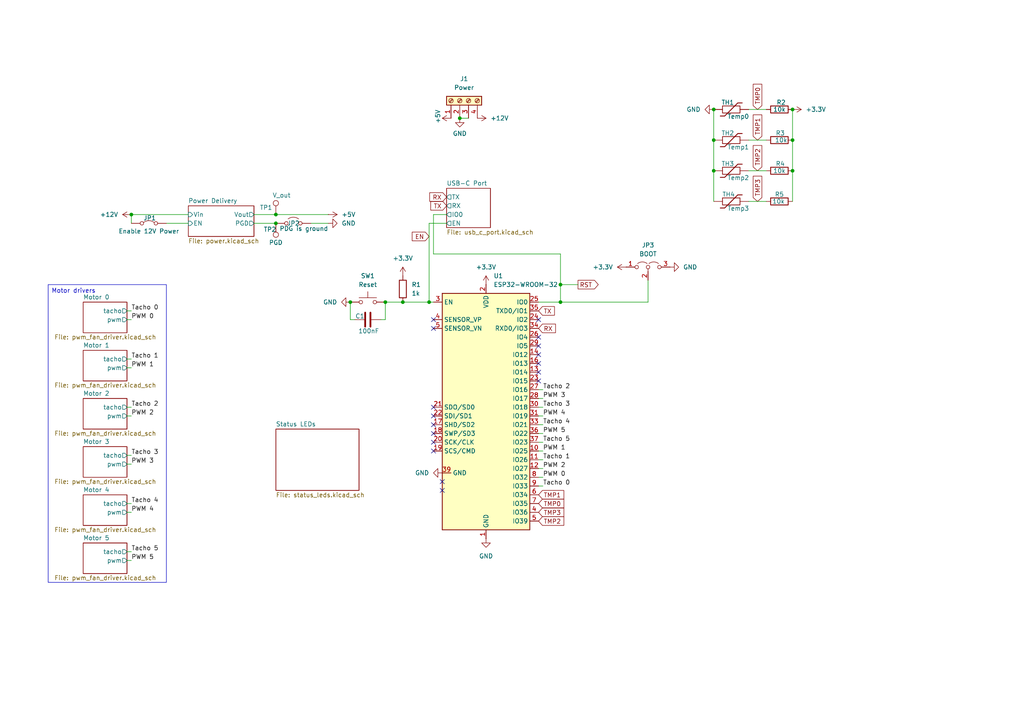
<source format=kicad_sch>
(kicad_sch (version 20231120) (generator "eeschema") (generator_version "8.0")
  (paper "A4")
  (lib_symbols
    (symbol "Connector:Screw_Terminal_01x04" (pin_names (offset 1.016) hide)
      (property "Reference" "J" (at 0 5.08 0))
      (property "Value" "Screw_Terminal_01x04" (at 0 -7.62 0))
      (symbol "Screw_Terminal_01x04_1_1"
        (rectangle (start -1.27 3.81) (end 1.27 -6.35) (stroke (width 0.254)) (fill (type background)))
        (circle (center 0 -5.08) (radius 0.635) (stroke (width 0.1524)))
        (circle (center 0 -2.54) (radius 0.635) (stroke (width 0.1524)))
        (polyline (pts (xy -0.5334 -4.7498) (xy 0.3302 -5.588)) (stroke (width 0.1524)))
        (polyline (pts (xy -0.5334 -2.2098) (xy 0.3302 -3.048)) (stroke (width 0.1524)))
        (polyline (pts (xy -0.5334 0.3302) (xy 0.3302 -0.508)) (stroke (width 0.1524)))
        (polyline (pts (xy -0.5334 2.8702) (xy 0.3302 2.032)) (stroke (width 0.1524)))
        (polyline (pts (xy -0.3556 -4.572) (xy 0.508 -5.4102)) (stroke (width 0.1524)))
        (polyline (pts (xy -0.3556 -2.032) (xy 0.508 -2.8702)) (stroke (width 0.1524)))
        (polyline (pts (xy -0.3556 0.508) (xy 0.508 -0.3302)) (stroke (width 0.1524)))
        (polyline (pts (xy -0.3556 3.048) (xy 0.508 2.2098)) (stroke (width 0.1524)))
        (circle (center 0 0) (radius 0.635) (stroke (width 0.1524)))
        (circle (center 0 2.54) (radius 0.635) (stroke (width 0.1524)))
        (pin power_out line (at -5.08 2.54 0) (length 3.81) (name "Pin_1") (number "1"))
        (pin power_out line (at -5.08 0 0) (length 3.81) (name "Pin_2") (number "2"))
        (pin passive line (at -5.08 -2.54 0) (length 3.81) (name "Pin_3") (number "3"))
        (pin power_out line (at -5.08 -5.08 0) (length 3.81) (name "Pin_4") (number "4"))
      )
    )
    (symbol "Connector:TestPoint" (pin_numbers hide) (pin_names (offset 0.762) hide)
      (property "Reference" "TP" (at 0 6.858 0))
      (property "Value" "TestPoint" (at 0 5.08 0))
      (symbol "TestPoint_0_1"
        (circle (center 0 3.302) (radius 0.762))
      )
      (symbol "TestPoint_1_1"
        (pin passive line (at 0 0 90) (length 2.54) (name "1") (number "1"))
      )
    )
    (symbol "Custom:ESP32-WROOM-32"
      (property "Reference" "U2" (at 2.1941 38.1 0))
      (property "Value" "ESP32-WROOM-32" (at 2.1941 35.56 0))
      (symbol "ESP32-WROOM-32_0_1"
        (rectangle (start -12.7 33.02) (end 12.7 -35.56) (stroke (width 0.254)) (fill (type background)))
      )
      (symbol "ESP32-WROOM-32_1_1"
        (pin power_in line (at 0 -38.1 90) (length 2.54) (name "GND") (number "1"))
        (pin bidirectional line (at 15.24 -12.7 180) (length 2.54) (name "IO25") (number "10"))
        (pin bidirectional line (at 15.24 -15.24 180) (length 2.54) (name "IO26") (number "11"))
        (pin bidirectional line (at 15.24 -17.78 180) (length 2.54) (name "IO27") (number "12"))
        (pin bidirectional line (at 15.24 10.16 180) (length 2.54) (name "IO14") (number "13"))
        (pin bidirectional line (at 15.24 15.24 180) (length 2.54) (name "IO12") (number "14"))
        (pin passive line (at -12.7 -21.59 0) (length 2.54) hide (name "GND") (number "15"))
        (pin bidirectional line (at 15.24 12.7 180) (length 2.54) (name "IO13") (number "16"))
        (pin bidirectional line (at -15.24 -5.08 0) (length 2.54) (name "SHD/SD2") (number "17"))
        (pin bidirectional line (at -15.24 -7.62 0) (length 2.54) (name "SWP/SD3") (number "18"))
        (pin bidirectional line (at -15.24 -12.7 0) (length 2.54) (name "SCS/CMD") (number "19"))
        (pin power_in line (at 0 35.56 270) (length 2.54) (name "VDD") (number "2"))
        (pin bidirectional line (at -15.24 -10.16 0) (length 2.54) (name "SCK/CLK") (number "20"))
        (pin bidirectional line (at -15.24 0 0) (length 2.54) (name "SDO/SD0") (number "21"))
        (pin bidirectional line (at -15.24 -2.54 0) (length 2.54) (name "SDI/SD1") (number "22"))
        (pin bidirectional line (at 15.24 7.62 180) (length 2.54) (name "IO15") (number "23"))
        (pin bidirectional line (at 15.24 25.4 180) (length 2.54) (name "IO2") (number "24"))
        (pin bidirectional line (at 15.24 30.48 180) (length 2.54) (name "IO0") (number "25"))
        (pin bidirectional line (at 15.24 20.32 180) (length 2.54) (name "IO4") (number "26"))
        (pin bidirectional line (at 15.24 5.08 180) (length 2.54) (name "IO16") (number "27"))
        (pin bidirectional line (at 15.24 2.54 180) (length 2.54) (name "IO17") (number "28"))
        (pin bidirectional line (at 15.24 17.78 180) (length 2.54) (name "IO5") (number "29"))
        (pin input line (at -15.24 30.48 0) (length 2.54) (name "EN") (number "3"))
        (pin bidirectional line (at 15.24 0 180) (length 2.54) (name "IO18") (number "30"))
        (pin bidirectional line (at 15.24 -2.54 180) (length 2.54) (name "IO19") (number "31"))
        (pin no_connect line (at -12.7 -27.94 0) (length 2.54) hide (name "NC") (number "32"))
        (pin bidirectional line (at 15.24 -5.08 180) (length 2.54) (name "IO21") (number "33"))
        (pin bidirectional line (at 15.24 22.86 180) (length 2.54) (name "RXD0/IO3") (number "34"))
        (pin bidirectional line (at 15.24 27.94 180) (length 2.54) (name "TXD0/IO1") (number "35"))
        (pin bidirectional line (at 15.24 -7.62 180) (length 2.54) (name "IO22") (number "36"))
        (pin bidirectional line (at 15.24 -10.16 180) (length 2.54) (name "IO23") (number "37"))
        (pin passive line (at -12.7 -24.13 0) (length 2.54) hide (name "GND") (number "38"))
        (pin passive line (at -12.7 -19.05 0) (length 2.54) (name "GND") (number "39"))
        (pin input line (at 15.24 -30.48 180) (length 2.54) (name "IO36") (number "4"))
        (pin input line (at -15.24 25.4 0) (length 2.54) (name "SENSOR_VP") (number "4"))
        (pin input line (at 15.24 -33.02 180) (length 2.54) (name "IO39") (number "5"))
        (pin input line (at -15.24 22.86 0) (length 2.54) (name "SENSOR_VN") (number "5"))
        (pin input line (at 15.24 -25.4 180) (length 2.54) (name "IO34") (number "6"))
        (pin input line (at 15.24 -27.94 180) (length 2.54) (name "IO35") (number "7"))
        (pin bidirectional line (at 15.24 -20.32 180) (length 2.54) (name "IO32") (number "8"))
        (pin bidirectional line (at 15.24 -22.86 180) (length 2.54) (name "IO33") (number "9"))
      )
    )
    (symbol "Device:C" (pin_numbers hide) (pin_names (offset 0.254))
      (property "Reference" "C" (at 0.635 2.54 0))
      (property "Value" "C" (at 0.635 -2.54 0))
      (symbol "C_0_1"
        (polyline (pts (xy -2.032 -0.762) (xy 2.032 -0.762)) (stroke (width 0.508)))
        (polyline (pts (xy -2.032 0.762) (xy 2.032 0.762)) (stroke (width 0.508)))
      )
      (symbol "C_1_1"
        (pin passive line (at 0 3.81 270) (length 2.794) (name "~") (number "1"))
        (pin passive line (at 0 -3.81 90) (length 2.794) (name "~") (number "2"))
      )
    )
    (symbol "Device:R" (pin_numbers hide) (pin_names (offset 0))
      (property "Reference" "R" (at 2.032 0 90))
      (property "Value" "R" (at 0 0 90))
      (symbol "R_0_1"
        (rectangle (start -1.016 -2.54) (end 1.016 2.54) (stroke (width 0.254)))
      )
      (symbol "R_1_1"
        (pin passive line (at 0 3.81 270) (length 1.27) (name "~") (number "1"))
        (pin passive line (at 0 -3.81 90) (length 1.27) (name "~") (number "2"))
      )
    )
    (symbol "Device:Thermistor" (pin_numbers hide) (pin_names (offset 0))
      (property "Reference" "TH" (at 2.54 1.27 90))
      (property "Value" "Thermistor" (at -2.54 0 90))
      (symbol "Thermistor_0_1"
        (rectangle (start -1.016 2.54) (end 1.016 -2.54) (stroke (width 0.2032)))
        (polyline (pts (xy -1.905 3.175) (xy -1.905 1.905) (xy 1.905 -1.905) (xy 1.905 -3.175) (xy 1.905 -3.175)) (stroke (width 0.254)))
      )
      (symbol "Thermistor_1_1"
        (pin passive line (at 0 5.08 270) (length 2.54) (name "~") (number "1"))
        (pin passive line (at 0 -5.08 90) (length 2.54) (name "~") (number "2"))
      )
    )
    (symbol "Jumper:Jumper_2_Bridged" (pin_numbers hide) (pin_names (offset 0) hide) (exclude_from_sim yes)
      (property "Reference" "JP" (at 0 1.905 0))
      (property "Value" "Jumper_2_Bridged" (at 0 -2.54 0))
      (symbol "Jumper_2_Bridged_0_0"
        (circle (center -2.032 0) (radius 0.508))
        (circle (center 2.032 0) (radius 0.508))
      )
      (symbol "Jumper_2_Bridged_0_1"
        (arc (start 1.524 0.254) (mid 0 0.762) (end -1.524 0.254))
      )
      (symbol "Jumper_2_Bridged_1_1"
        (pin passive line (at -5.08 0 0) (length 2.54) (name "A") (number "1"))
        (pin passive line (at 5.08 0 180) (length 2.54) (name "B") (number "2"))
      )
    )
    (symbol "Jumper:Jumper_2_Open" (pin_numbers hide) (pin_names (offset 0) hide) (exclude_from_sim yes)
      (property "Reference" "JP" (at 0 2.794 0))
      (property "Value" "Jumper_2_Open" (at 0 -2.286 0))
      (symbol "Jumper_2_Open_0_0"
        (circle (center -2.032 0) (radius 0.508))
        (circle (center 2.032 0) (radius 0.508))
      )
      (symbol "Jumper_2_Open_0_1"
        (arc (start 1.524 1.27) (mid 0 1.778) (end -1.524 1.27))
      )
      (symbol "Jumper_2_Open_1_1"
        (pin passive line (at -5.08 0 0) (length 2.54) (name "A") (number "1"))
        (pin passive line (at 5.08 0 180) (length 2.54) (name "B") (number "2"))
      )
    )
    (symbol "Jumper:Jumper_3_Open" (pin_names (offset 0) hide) (exclude_from_sim yes) (in_bom no)
      (property "Reference" "JP" (at -2.54 -2.54 0))
      (property "Value" "Jumper_3_Open" (at 0 2.794 0))
      (symbol "Jumper_3_Open_0_0"
        (circle (center -3.302 0) (radius 0.508))
        (circle (center 0 0) (radius 0.508))
        (circle (center 3.302 0) (radius 0.508))
      )
      (symbol "Jumper_3_Open_0_1"
        (arc (start -0.254 1.016) (mid -1.651 1.4992) (end -3.048 1.016))
        (polyline (pts (xy 0 -0.508) (xy 0 -1.27)))
        (arc (start 3.048 1.016) (mid 1.651 1.4992) (end 0.254 1.016))
      )
      (symbol "Jumper_3_Open_1_1"
        (pin passive line (at -6.35 0 0) (length 2.54) (name "A") (number "1"))
        (pin passive line (at 0 -3.81 90) (length 2.54) (name "C") (number "2"))
        (pin passive line (at 6.35 0 180) (length 2.54) (name "B") (number "3"))
      )
    )
    (symbol "Switch:SW_Push" (pin_numbers hide) (pin_names (offset 1.016) hide)
      (property "Reference" "SW" (at 1.27 2.54 0))
      (property "Value" "SW_Push" (at 0 -1.524 0))
      (symbol "SW_Push_0_1"
        (circle (center -2.032 0) (radius 0.508))
        (polyline (pts (xy 0 1.27) (xy 0 3.048)))
        (polyline (pts (xy 2.54 1.27) (xy -2.54 1.27)))
        (circle (center 2.032 0) (radius 0.508))
        (pin passive line (at -5.08 0 0) (length 2.54) (name "1") (number "1"))
        (pin passive line (at 5.08 0 180) (length 2.54) (name "2") (number "2"))
      )
    )
    (symbol "power:+12V" (power) (pin_numbers hide) (pin_names (offset 0) hide)
      (property "Value" "+12V" (at 0 3.556 0))
      (symbol "+12V_0_1"
        (polyline (pts (xy -0.762 1.27) (xy 0 2.54)))
        (polyline (pts (xy 0 0) (xy 0 2.54)))
        (polyline (pts (xy 0 2.54) (xy 0.762 1.27)))
      )
      (symbol "+12V_1_1"
        (pin power_in line (at 0 0 90) (length 0) (name "~") (number "1"))
      )
    )
    (symbol "power:+3.3V" (power) (pin_numbers hide) (pin_names (offset 0) hide)
      (property "Value" "+3.3V" (at 0 3.556 0))
      (symbol "+3.3V_0_1"
        (polyline (pts (xy -0.762 1.27) (xy 0 2.54)))
        (polyline (pts (xy 0 0) (xy 0 2.54)))
        (polyline (pts (xy 0 2.54) (xy 0.762 1.27)))
      )
      (symbol "+3.3V_1_1"
        (pin power_in line (at 0 0 90) (length 0) (name "~") (number "1"))
      )
    )
    (symbol "power:+5V" (power) (pin_numbers hide) (pin_names (offset 0) hide)
      (property "Value" "+5V" (at 0 3.556 0))
      (symbol "+5V_0_1"
        (polyline (pts (xy -0.762 1.27) (xy 0 2.54)))
        (polyline (pts (xy 0 0) (xy 0 2.54)))
        (polyline (pts (xy 0 2.54) (xy 0.762 1.27)))
      )
      (symbol "+5V_1_1"
        (pin power_in line (at 0 0 90) (length 0) (name "~") (number "1"))
      )
    )
    (symbol "power:GND" (power) (pin_numbers hide) (pin_names (offset 0) hide)
      (property "Value" "GND" (at 0 -3.81 0))
      (symbol "GND_0_1"
        (polyline (pts (xy 0 0) (xy 0 -1.27) (xy 1.27 -1.27) (xy 0 -2.54) (xy -1.27 -1.27) (xy 0 -1.27)))
      )
      (symbol "GND_1_1"
        (pin power_in line (at 0 0 270) (length 0) (name "~") (number "1"))
      )
    )
  )
  (junction (at 101.6 87.63))
  (junction (at 38.1 62.23))
  (junction (at 80.01 64.77))
  (junction (at 124.46 87.63))
  (junction (at 229.87 40.64))
  (junction (at 111.76 87.63))
  (junction (at 229.87 31.75))
  (junction (at 80.01 62.23))
  (junction (at 207.01 49.53))
  (junction (at 162.56 87.63))
  (junction (at 116.84 87.63))
  (junction (at 207.01 31.75))
  (junction (at 162.56 82.55))
  (junction (at 207.01 40.64))
  (junction (at 229.87 49.53))
  (junction (at 133.35 34.29))
  (no_connect (at 125.73 128.27))
  (no_connect (at 125.73 130.81))
  (no_connect (at 125.73 120.65))
  (no_connect (at 125.73 95.25))
  (no_connect (at 125.73 125.73))
  (no_connect (at 156.21 97.79))
  (no_connect (at 156.21 92.71))
  (no_connect (at 125.73 118.11))
  (no_connect (at 156.21 107.95))
  (no_connect (at 156.21 110.49))
  (no_connect (at 156.21 105.41))
  (no_connect (at 125.73 92.71))
  (no_connect (at 125.73 123.19))
  (no_connect (at 156.21 102.87))
  (no_connect (at 156.21 100.33))
  (no_connect (at 128.27 142.24))
  (no_connect (at 128.27 139.7))
  (wire (pts (xy 36.83 104.14) (xy 38.1 104.14)))
  (wire (pts (xy 36.83 92.71) (xy 38.1 92.71)))
  (wire (pts (xy 36.83 162.56) (xy 38.1 162.56)))
  (wire (pts (xy 156.21 128.27) (xy 157.48 128.27)))
  (wire (pts (xy 90.17 64.77) (xy 95.25 64.77)))
  (wire (pts (xy 162.56 73.66) (xy 162.56 82.55)))
  (wire (pts (xy 162.56 87.63) (xy 187.96 87.63)))
  (wire (pts (xy 229.87 31.75) (xy 229.87 40.64)))
  (wire (pts (xy 73.66 62.23) (xy 80.01 62.23)))
  (wire (pts (xy 156.21 118.11) (xy 157.48 118.11)))
  (wire (pts (xy 36.83 148.59) (xy 38.1 148.59)))
  (wire (pts (xy 156.21 125.73) (xy 157.48 125.73)))
  (wire (pts (xy 156.21 120.65) (xy 157.48 120.65)))
  (wire (pts (xy 111.76 87.63) (xy 116.84 87.63)))
  (wire (pts (xy 125.73 73.66) (xy 162.56 73.66)))
  (wire (pts (xy 217.17 31.75) (xy 222.25 31.75)))
  (wire (pts (xy 36.83 160.02) (xy 38.1 160.02)))
  (wire (pts (xy 156.21 113.03) (xy 157.48 113.03)))
  (wire (pts (xy 156.21 135.89) (xy 157.48 135.89)))
  (wire (pts (xy 229.87 40.64) (xy 229.87 49.53)))
  (wire (pts (xy 156.21 130.81) (xy 157.48 130.81)))
  (wire (pts (xy 101.6 87.63) (xy 101.6 92.71)))
  (wire (pts (xy 36.83 90.17) (xy 38.1 90.17)))
  (wire (pts (xy 162.56 82.55) (xy 162.56 87.63)))
  (wire (pts (xy 110.49 92.71) (xy 111.76 92.71)))
  (wire (pts (xy 36.83 120.65) (xy 38.1 120.65)))
  (wire (pts (xy 124.46 87.63) (xy 125.73 87.63)))
  (wire (pts (xy 124.46 64.77) (xy 124.46 87.63)))
  (wire (pts (xy 36.83 146.05) (xy 38.1 146.05)))
  (wire (pts (xy 36.83 118.11) (xy 38.1 118.11)))
  (wire (pts (xy 133.35 34.29) (xy 135.89 34.29)))
  (wire (pts (xy 36.83 134.62) (xy 38.1 134.62)))
  (wire (pts (xy 111.76 87.63) (xy 111.76 92.71)))
  (wire (pts (xy 207.01 49.53) (xy 207.01 58.42)))
  (wire (pts (xy 129.54 62.23) (xy 125.73 62.23)))
  (wire (pts (xy 80.01 62.23) (xy 95.25 62.23)))
  (wire (pts (xy 156.21 140.97) (xy 157.48 140.97)))
  (wire (pts (xy 156.21 123.19) (xy 157.48 123.19)))
  (wire (pts (xy 73.66 64.77) (xy 80.01 64.77)))
  (wire (pts (xy 48.26 64.77) (xy 54.61 64.77)))
  (wire (pts (xy 116.84 87.63) (xy 124.46 87.63)))
  (wire (pts (xy 217.17 40.64) (xy 222.25 40.64)))
  (wire (pts (xy 229.87 49.53) (xy 229.87 58.42)))
  (wire (pts (xy 101.6 92.71) (xy 102.87 92.71)))
  (wire (pts (xy 162.56 82.55) (xy 167.64 82.55)))
  (wire (pts (xy 156.21 138.43) (xy 157.48 138.43)))
  (wire (pts (xy 38.1 64.77) (xy 38.1 62.23)))
  (wire (pts (xy 125.73 62.23) (xy 125.73 73.66)))
  (wire (pts (xy 36.83 132.08) (xy 38.1 132.08)))
  (wire (pts (xy 36.83 106.68) (xy 38.1 106.68)))
  (wire (pts (xy 129.54 64.77) (xy 124.46 64.77)))
  (wire (pts (xy 156.21 115.57) (xy 157.48 115.57)))
  (wire (pts (xy 207.01 40.64) (xy 207.01 49.53)))
  (wire (pts (xy 156.21 87.63) (xy 162.56 87.63)))
  (wire (pts (xy 217.17 49.53) (xy 222.25 49.53)))
  (wire (pts (xy 187.96 87.63) (xy 187.96 81.28)))
  (wire (pts (xy 207.01 31.75) (xy 207.01 40.64)))
  (wire (pts (xy 156.21 133.35) (xy 157.48 133.35)))
  (wire (pts (xy 217.17 58.42) (xy 222.25 58.42)))
  (wire (pts (xy 38.1 62.23) (xy 54.61 62.23)))
  (text_box "Motor drivers" (at 13.97 82.55 0) (size 34.29 86.36) (effects (font (size 1.27 1.27)) (justify left top)))
  (label "Tacho 3" (at 38.1 132.08 0))
  (label "Tacho 4" (at 38.1 146.05 0))
  (label "Tacho 5" (at 157.48 128.27 0))
  (label "PWM 1" (at 38.1 106.68 0))
  (label "PWM 5" (at 157.48 125.73 0))
  (label "Tacho 4" (at 157.48 123.19 0))
  (label "PWM 0" (at 157.48 138.43 0))
  (label "Tacho 3" (at 157.48 118.11 0))
  (label "PWM 2" (at 38.1 120.65 0))
  (label "Tacho 2" (at 157.48 113.03 0))
  (label "PWM 3" (at 157.48 115.57 0))
  (label "PWM 0" (at 38.1 92.71 0))
  (label "PWM 5" (at 38.1 162.56 0))
  (label "PWM 4" (at 38.1 148.59 0))
  (label "Tacho 1" (at 38.1 104.14 0))
  (label "Tacho 2" (at 38.1 118.11 0))
  (label "PWM 2" (at 157.48 135.89 0))
  (label "PWM 4" (at 157.48 120.65 0))
  (label "PWM 1" (at 157.48 130.81 0))
  (label "Tacho 0" (at 157.48 140.97 0))
  (label "Tacho 5" (at 38.1 160.02 0))
  (label "PWM 3" (at 38.1 134.62 0))
  (label "Tacho 0" (at 38.1 90.17 0))
  (label "Tacho 1" (at 157.48 133.35 0))
  (global_label "RX" (shape input) (at 129.54 57.15 180) (property "Intersheetrefs" "${INTERSHEET_REFS}" (effects (hide yes))))
  (global_label "TMP2" (shape input) (at 219.71 49.53 90) (property "Intersheetrefs" "${INTERSHEET_REFS}" (effects (hide yes))))
  (global_label "RX" (shape input) (at 156.21 95.25 0) (property "Intersheetrefs" "${INTERSHEET_REFS}" (effects (hide yes))))
  (global_label "TMP3" (shape input) (at 156.21 148.59 0) (property "Intersheetrefs" "${INTERSHEET_REFS}" (effects (hide yes))))
  (global_label "TMP1" (shape input) (at 219.71 40.64 90) (property "Intersheetrefs" "${INTERSHEET_REFS}" (effects (hide yes))))
  (global_label "TMP2" (shape input) (at 156.21 151.13 0) (property "Intersheetrefs" "${INTERSHEET_REFS}" (effects (hide yes))))
  (global_label "TMP3" (shape input) (at 219.71 58.42 90) (property "Intersheetrefs" "${INTERSHEET_REFS}" (effects (hide yes))))
  (global_label "RST" (shape output) (at 167.64 82.55 0) (property "Intersheetrefs" "${INTERSHEET_REFS}" (effects (hide yes))))
  (global_label "EN" (shape input) (at 124.46 68.58 180) (property "Intersheetrefs" "${INTERSHEET_REFS}" (effects (hide yes))))
  (global_label "TMP0" (shape input) (at 156.21 146.05 0) (property "Intersheetrefs" "${INTERSHEET_REFS}" (effects (hide yes))))
  (global_label "TMP1" (shape input) (at 156.21 143.51 0) (property "Intersheetrefs" "${INTERSHEET_REFS}" (effects (hide yes))))
  (global_label "TX" (shape input) (at 156.21 90.17 0) (property "Intersheetrefs" "${INTERSHEET_REFS}" (effects (hide yes))))
  (global_label "TX" (shape input) (at 129.54 59.69 180) (property "Intersheetrefs" "${INTERSHEET_REFS}" (effects (hide yes))))
  (global_label "TMP0" (shape input) (at 219.71 31.75 90) (property "Intersheetrefs" "${INTERSHEET_REFS}" (effects (hide yes))))
  (symbol (lib_id "power:+3.3V") (at 181.61 77.47 90) (unit 1)
    (property "Reference" "#PWR012" (effects (hide yes)))
    (property "Value" "+3.3V" (at 177.8 77.4699 90) (effects (justify left)))
    (property "Description" "Power symbol creates a global label with name \"+3.3V\"" (effects (hide yes)))
  )
  (symbol (lib_id "Device:Thermistor") (at 212.09 49.53 270) (unit 1)
    (property "Reference" "TH3" (at 211.074 47.498 90))
    (property "Value" "Temp2" (at 214.122 51.562 90))
    (property "Footprint" "Connector_PinHeader_2.54mm:PinHeader_1x02_P2.54mm_Vertical" (effects (hide yes)))
    (property "Description" "Temperature dependent resistor" (effects (hide yes)))
    (property "LCSC Part #" "C5360898" (effects (hide yes)))
    (property "JLCPCB Rotation Offset" "90" (effects (hide yes)))
  )
  (symbol (lib_id "power:GND") (at 133.35 34.29 0) (unit 1)
    (property "Reference" "#PWR08" (effects (hide yes)))
    (property "Value" "GND" (at 133.35 38.7334 0))
    (property "Description" "Power symbol creates a global label with name \"GND\" , ground" (effects (hide yes)))
  )
  (symbol (lib_id "power:+12V") (at 38.1 62.23 90) (unit 1)
    (property "Reference" "#PWR01" (effects (hide yes)))
    (property "Value" "+12V" (at 34.29 62.2299 90) (effects (justify left)))
    (property "Description" "Power symbol creates a global label with name \"+12V\"" (effects (hide yes)))
  )
  (symbol (lib_id "Jumper:Jumper_2_Bridged") (at 43.18 64.77 0) (unit 1) (exclude_from_sim yes)
    (property "Reference" "JP1" (at 43.434 63.246 0))
    (property "Value" "Enable 12V Power" (at 43.18 67.056 0))
    (property "Description" "Jumper, 2-pole, closed/bridged" (effects (hide yes)))
    (property "JLCPCB Rotation Offset" "90" (effects (hide yes)))
    (property "LCSC Part #" "C5360898" (effects (hide yes)))
  )
  (symbol (lib_id "Device:Thermistor") (at 212.09 40.64 270) (unit 1)
    (property "Reference" "TH2" (at 211.074 38.608 90))
    (property "Value" "Temp1" (at 214.122 42.672 90))
    (property "Footprint" "Connector_PinHeader_2.54mm:PinHeader_1x02_P2.54mm_Vertical" (effects (hide yes)))
    (property "Description" "Temperature dependent resistor" (effects (hide yes)))
    (property "LCSC Part #" "C5360898" (effects (hide yes)))
    (property "JLCPCB Rotation Offset" "90" (effects (hide yes)))
  )
  (symbol (lib_id "Jumper:Jumper_2_Open") (at 85.09 64.77 0) (unit 1) (exclude_from_sim yes)
    (property "Reference" "JP2" (at 85.09 64.77 0))
    (property "Value" "PDG is ground" (at 88.138 66.294 0))
    (property "Description" "Jumper, 2-pole, open" (effects (hide yes)))
    (property "JLCPCB Rotation Offset" "90" (effects (hide yes)))
    (property "LCSC Part #" "C5360898" (effects (hide yes)))
  )
  (symbol (lib_id "power:GND") (at 194.31 77.47 90) (unit 1)
    (property "Reference" "#PWR013" (effects (hide yes)))
    (property "Value" "GND" (at 198.12 77.4699 90) (effects (justify right)))
    (property "Description" "Power symbol creates a global label with name \"GND\" , ground" (effects (hide yes)))
  )
  (symbol (lib_id "Connector:TestPoint") (at 80.01 64.77 180) (unit 1)
    (property "Reference" "TP2" (at 76.454 66.548 0) (effects (justify right)))
    (property "Value" "PGD" (at 77.978 70.358 0) (effects (justify right)))
    (property "Description" "test point" (effects (hide yes)))
  )
  (symbol (lib_id "Device:R") (at 226.06 31.75 90) (unit 1)
    (property "Reference" "R2" (at 226.568 29.718 90))
    (property "Value" "10k" (at 226.06 31.75 90))
    (property "Footprint" "Resistor_SMD:R_0805_2012Metric" (effects (hide yes)))
    (property "Description" "Resistor" (effects (hide yes)))
    (property "LCSC Part #" "C17414" (effects (hide yes)))
  )
  (symbol (lib_id "power:GND") (at 140.97 156.21 0) (unit 1)
    (property "Reference" "#PWR011" (effects (hide yes)))
    (property "Value" "GND" (at 140.97 161.29 0))
    (property "Description" "Power symbol creates a global label with name \"GND\" , ground" (effects (hide yes)))
  )
  (symbol (lib_id "power:GND") (at 101.6 87.63 270) (unit 1)
    (property "Reference" "#PWR04" (effects (hide yes)))
    (property "Value" "GND" (at 97.79 87.6299 90) (effects (justify right)))
    (property "Description" "Power symbol creates a global label with name \"GND\" , ground" (effects (hide yes)))
  )
  (symbol (lib_id "Device:R") (at 226.06 58.42 90) (unit 1)
    (property "Reference" "R5" (at 226.06 56.388 90))
    (property "Value" "10k" (at 225.806 58.42 90))
    (property "Footprint" "Resistor_SMD:R_0805_2012Metric" (effects (hide yes)))
    (property "Description" "Resistor" (effects (hide yes)))
    (property "LCSC Part #" "C17414" (effects (hide yes)))
  )
  (symbol (lib_id "Device:Thermistor") (at 212.09 58.42 270) (unit 1)
    (property "Reference" "TH4" (at 211.328 56.388 90))
    (property "Value" "Temp3" (at 214.122 60.452 90))
    (property "Footprint" "Connector_PinHeader_2.54mm:PinHeader_1x02_P2.54mm_Vertical" (effects (hide yes)))
    (property "Description" "Temperature dependent resistor" (effects (hide yes)))
    (property "LCSC Part #" "C5360898" (effects (hide yes)))
    (property "JLCPCB Rotation Offset" "90" (effects (hide yes)))
  )
  (symbol (lib_id "power:+12V") (at 138.43 34.29 270) (unit 1)
    (property "Reference" "#PWR09" (effects (hide yes)))
    (property "Value" "+12V" (at 142.24 34.2899 90) (effects (justify left)))
    (property "Description" "Power symbol creates a global label with name \"+12V\"" (effects (hide yes)))
  )
  (symbol (lib_id "power:+3.3V") (at 140.97 82.55 0) (unit 1)
    (property "Reference" "#PWR010" (effects (hide yes)))
    (property "Value" "+3.3V" (at 140.97 77.47 0))
    (property "Description" "Power symbol creates a global label with name \"+3.3V\"" (effects (hide yes)))
  )
  (symbol (lib_id "power:GND") (at 128.27 137.16 270) (unit 1)
    (property "Reference" "#PWR06" (effects (hide yes)))
    (property "Value" "GND" (at 124.46 137.1599 90) (effects (justify right)))
    (property "Description" "Power symbol creates a global label with name \"GND\" , ground" (effects (hide yes)))
  )
  (symbol (lib_id "Device:R") (at 226.06 40.64 90) (unit 1)
    (property "Reference" "R3" (at 226.314 38.608 90))
    (property "Value" "10k" (at 226.568 40.64 90))
    (property "Footprint" "Resistor_SMD:R_0805_2012Metric" (effects (hide yes)))
    (property "Description" "Resistor" (effects (hide yes)))
    (property "LCSC Part #" "C17414" (effects (hide yes)))
  )
  (symbol (lib_id "Device:Thermistor") (at 212.09 31.75 270) (unit 1)
    (property "Reference" "TH1" (at 211.074 29.718 90))
    (property "Value" "Temp0" (at 214.122 33.782 90))
    (property "Footprint" "Connector_PinHeader_2.54mm:PinHeader_1x02_P2.54mm_Vertical" (effects (hide yes)))
    (property "Description" "Temperature dependent resistor" (effects (hide yes)))
    (property "LCSC Part #" "C5360898" (effects (hide yes)))
    (property "JLCPCB Rotation Offset" "90" (effects (hide yes)))
  )
  (symbol (lib_id "power:GND") (at 207.01 31.75 270) (unit 1)
    (property "Reference" "#PWR014" (effects (hide yes)))
    (property "Value" "GND" (at 203.2 31.7499 90) (effects (justify right)))
    (property "Description" "Power symbol creates a global label with name \"GND\" , ground" (effects (hide yes)))
  )
  (symbol (lib_id "power:+3.3V") (at 116.84 80.01 0) (unit 1)
    (property "Reference" "#PWR05" (effects (hide yes)))
    (property "Value" "+3.3V" (at 116.84 74.93 0))
    (property "Description" "Power symbol creates a global label with name \"+3.3V\"" (effects (hide yes)))
  )
  (symbol (lib_id "Device:R") (at 116.84 83.82 0) (unit 1)
    (property "Reference" "R1" (at 119.38 82.5499 0) (effects (justify left)))
    (property "Value" "1k" (at 119.38 85.0899 0) (effects (justify left)))
    (property "Footprint" "Resistor_SMD:R_0805_2012Metric" (effects (hide yes)))
    (property "Description" "Resistor" (effects (hide yes)))
    (property "LCSC Part #" "C17513" (effects (hide yes)))
  )
  (symbol (lib_id "Device:R") (at 226.06 49.53 90) (unit 1)
    (property "Reference" "R4" (at 226.314 47.498 90))
    (property "Value" "10k" (at 226.06 49.53 90))
    (property "Footprint" "Resistor_SMD:R_0805_2012Metric" (effects (hide yes)))
    (property "Description" "Resistor" (effects (hide yes)))
    (property "LCSC Part #" "C17414" (effects (hide yes)))
  )
  (symbol (lib_id "Jumper:Jumper_3_Open") (at 187.96 77.47 0) (unit 1) (exclude_from_sim yes) (in_bom no)
    (property "Reference" "JP3" (at 187.96 71.12 0))
    (property "Value" "BOOT" (at 187.96 73.66 0))
    (property "Footprint" "Connector_PinHeader_2.54mm:PinHeader_1x03_P2.54mm_Vertical" (effects (hide yes)))
    (property "Description" "Jumper, 3-pole, both open" (effects (hide yes)))
    (property "LCSC Part #" "C27985188" (effects (hide yes)))
    (property "JLCPCB Rotation Offset" "-90" (effects (hide yes)))
  )
  (symbol (lib_id "Switch:SW_Push") (at 106.68 87.63 0) (unit 1)
    (property "Reference" "SW1" (at 106.68 80.01 0))
    (property "Value" "Reset" (at 106.68 82.55 0))
    (property "Footprint" "Connector_PinHeader_2.54mm:PinHeader_1x02_P2.54mm_Vertical" (effects (hide yes)))
    (property "Description" "Push button switch, generic, two pins" (effects (hide yes)))
    (property "LCSC Part #" "C5360898" (effects (hide yes)))
    (property "JLCPCB Rotation Offset" "90" (effects (hide yes)))
  )
  (symbol (lib_id "Custom:ESP32-WROOM-32") (at 140.97 118.11 0) (unit 1)
    (property "Reference" "U1" (at 143.1641 80.01 0) (effects (justify left)))
    (property "Value" "ESP32-WROOM-32" (at 143.1641 82.55 0) (effects (justify left)))
    (property "Footprint" "RF_Module:ESP32-WROOM-32" (effects (hide yes)))
    (property "Datasheet" "https://www.espressif.com/sites/default/files/documentation/esp32-wroom-32_datasheet_en.pdf" (effects (hide yes)))
    (property "Description" "RF Module, ESP32-D0WDQ6 SoC, Wi-Fi 802.11b/g/n, Bluetooth, BLE, 32-bit, 2.7-3.6V, onboard antenna, SMD" (effects (hide yes)))
    (property "LCSC Part #" "C2973652" (effects (hide yes)))
  )
  (symbol (lib_id "power:GND") (at 95.25 64.77 90) (unit 1)
    (property "Reference" "#PWR03" (effects (hide yes)))
    (property "Value" "GND" (at 99.06 64.7699 90) (effects (justify right)))
    (property "Description" "Power symbol creates a global label with name \"GND\" , ground" (effects (hide yes)))
  )
  (symbol (lib_id "power:+3.3V") (at 229.87 31.75 270) (unit 1)
    (property "Reference" "#PWR015" (effects (hide yes)))
    (property "Value" "+3.3V" (at 233.68 31.7499 90) (effects (justify left)))
    (property "Description" "Power symbol creates a global label with name \"+3.3V\"" (effects (hide yes)))
  )
  (symbol (lib_id "power:+5V") (at 95.25 62.23 270) (unit 1)
    (property "Reference" "#PWR02" (effects (hide yes)))
    (property "Value" "+5V" (at 99.06 62.2299 90) (effects (justify left)))
    (property "Description" "Power symbol creates a global label with name \"+5V\"" (effects (hide yes)))
  )
  (symbol (lib_id "power:+5V") (at 130.81 34.29 90) (unit 1)
    (property "Reference" "#PWR07" (effects (hide yes)))
    (property "Value" "+5V" (at 127 31.75 0) (effects (justify right)))
    (property "Description" "Power symbol creates a global label with name \"+5V\"" (effects (hide yes)))
  )
  (symbol (lib_id "Connector:Screw_Terminal_01x04") (at 133.35 29.21 90) (unit 1)
    (property "Reference" "J1" (at 134.62 22.86 90))
    (property "Value" "Power" (at 134.62 25.4 90))
    (property "Footprint" "Connector_PinHeader_2.54mm:PinHeader_1x04_P2.54mm_Horizontal" (effects (hide yes)))
    (property "Description" "Generic screw terminal, single row, 01x04, script generated (kicad-library-utils/schlib/autogen/connector/)" (effects (hide yes)))
    (property "LCSC Part #" "C915913" (effects (hide yes)))
    (property "JLCPCB Rotation Offset" "90" (effects (hide yes)))
  )
  (symbol (lib_id "Connector:TestPoint") (at 80.01 62.23 0) (unit 1)
    (property "Reference" "TP1" (at 78.994 60.198 0) (effects (justify right)))
    (property "Value" "V_out" (at 84.328 56.642 0) (effects (justify right)))
    (property "Description" "test point" (effects (hide yes)))
  )
  (symbol (lib_id "Device:C") (at 106.68 92.71 270) (unit 1)
    (property "Reference" "C1" (at 104.394 91.694 90))
    (property "Value" "100nF" (at 106.934 96.012 90))
    (property "Footprint" "Capacitor_SMD:C_0805_2012Metric" (effects (hide yes)))
    (property "Description" "Unpolarized capacitor" (effects (hide yes)))
    (property "LCSC Part #" "C1525" (effects (hide yes)))
  )
  (sheet (at 24.13 143.51) (size 12.7 8.89) (stroke (width 0.1524))
    (property "Sheetname" "Motor 4" (at 24.13 142.7984 0) (effects (justify left bottom)))
    (property "Sheetfile" "pwm_fan_driver.kicad_sch" (at 15.748 152.908 0) (effects (justify left top)))
    (pin "tacho" output (at 36.83 146.05 0))
    (pin "pwm" output (at 36.83 148.59 0))
  )
  (sheet (at 24.13 129.54) (size 12.7 8.89) (stroke (width 0.1524))
    (property "Sheetname" "Motor 3" (at 24.13 128.8284 0) (effects (justify left bottom)))
    (property "Sheetfile" "pwm_fan_driver.kicad_sch" (at 15.748 138.938 0) (effects (justify left top)))
    (pin "tacho" output (at 36.83 132.08 0))
    (pin "pwm" output (at 36.83 134.62 0))
  )
  (sheet (at 24.13 101.6) (size 12.7 8.89) (stroke (width 0.1524))
    (property "Sheetname" "Motor 1" (at 24.13 100.8884 0) (effects (justify left bottom)))
    (property "Sheetfile" "pwm_fan_driver.kicad_sch" (at 15.748 110.998 0) (effects (justify left top)))
    (pin "tacho" output (at 36.83 104.14 0))
    (pin "pwm" output (at 36.83 106.68 0))
  )
  (sheet (at 54.61 59.69) (size 19.05 8.89) (stroke (width 0.1524))
    (property "Sheetname" "Power Delivery" (at 54.61 58.9784 0) (effects (justify left bottom)))
    (property "Sheetfile" "power.kicad_sch" (at 54.61 69.1646 0) (effects (justify left top)))
    (pin "Vin" input (at 54.61 62.23 180))
    (pin "EN" input (at 54.61 64.77 180))
    (pin "Vout" output (at 73.66 62.23 0))
    (pin "PGD" output (at 73.66 64.77 0))
  )
  (sheet (at 24.13 157.48) (size 12.7 8.89) (stroke (width 0.1524))
    (property "Sheetname" "Motor 5" (at 24.13 156.7684 0) (effects (justify left bottom)))
    (property "Sheetfile" "pwm_fan_driver.kicad_sch" (at 15.748 166.878 0) (effects (justify left top)))
    (pin "tacho" output (at 36.83 160.02 0))
    (pin "pwm" output (at 36.83 162.56 0))
  )
  (sheet (at 24.13 115.57) (size 12.7 8.89) (stroke (width 0.1524))
    (property "Sheetname" "Motor 2" (at 24.13 114.8584 0) (effects (justify left bottom)))
    (property "Sheetfile" "pwm_fan_driver.kicad_sch" (at 15.748 124.968 0) (effects (justify left top)))
    (pin "tacho" output (at 36.83 118.11 0))
    (pin "pwm" output (at 36.83 120.65 0))
  )
  (sheet (at 24.13 87.63) (size 12.7 8.89) (stroke (width 0.1524))
    (property "Sheetname" "Motor 0" (at 24.13 86.9184 0) (effects (justify left bottom)))
    (property "Sheetfile" "pwm_fan_driver.kicad_sch" (at 15.748 97.028 0) (effects (justify left top)))
    (pin "tacho" output (at 36.83 90.17 0))
    (pin "pwm" output (at 36.83 92.71 0))
  )
  (sheet (at 80.01 124.46) (size 24.13 17.78) (stroke (width 0.1524))
    (property "Sheetname" "Status LEDs" (at 80.01 123.7484 0) (effects (justify left bottom)))
    (property "Sheetfile" "status_leds.kicad_sch" (at 80.01 142.8246 0) (effects (justify left top)))
  )
  (sheet (at 129.54 54.61) (size 12.7 11.43) (stroke (width 0.1524))
    (property "Sheetname" "USB-C Port" (at 129.54 53.8984 0) (effects (justify left bottom)))
    (property "Sheetfile" "usb_c_port.kicad_sch" (at 129.54 66.6246 0) (effects (justify left top)))
    (pin "TX" output (at 129.54 57.15 180))
    (pin "RX" output (at 129.54 59.69 180))
    (pin "IO0" output (at 129.54 62.23 180))
    (pin "EN" output (at 129.54 64.77 180))
  )
)
</source>
